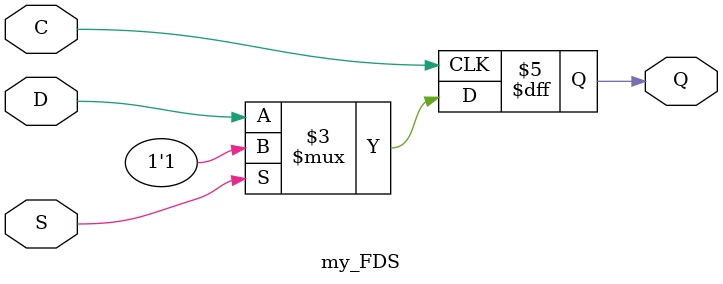
<source format=v>
`timescale 1ns / 1ps


module my_FDR(
    output Q,
    input C,
    input D,
    input R
    );
reg Q;
always @(posedge C) begin
if (R)
    Q <= 0;
else
    Q <= D;
end    
   
endmodule

module my_MULT_AND (  
    input I1,
    input I0,
    output LO
);

assign LO = I1 && I0;
    
endmodule

module my_MUXCY (  
    input DI,
    input CI,
    input S,
    output O
);

assign O = (~S & DI) || (S & CI);
    
endmodule

module my_XORCY (  
    input LI,
    input CI,
    output O
);

assign O = LI ^ CI;
    
endmodule

module my_FDRE (  
    input C,
    input CE,
    input D,
    input R,
    output Q
);
reg Q;
always @(posedge C) begin
    if(R) begin
        Q <= 0;
    end
    else begin
        if(CE == 1) begin
            Q <= D;
        end
    end
end
    
endmodule

module my_FDCE (  
    input C,
    input CE,
    input D,
    input CLR,
    output Q
);
reg Q;
always @(posedge C or negedge CLR) begin
    if(CLR) begin
        Q <= 0;
    end
    else begin
        if(CE == 1) begin
            Q <= D;
        end
    end
end
    
endmodule

module my_FDSE (  
    input C,
    input CE,
    input D,
    input S,
    output Q
);
reg Q;
always @(posedge C) begin
    if(S) begin
        Q <= 1;
    end
    else begin
        if(CE == 1) begin
            Q <= D;
        end
    end
end
    
endmodule

module my_MUXCY_L (  
    input DI,
    input CI,
    input S,
    output LO
);

assign LO = (~S & DI) || (S & CI);
    
endmodule

module my_FDS (  
    input C,
    input D,
    input S,
    output Q
);
reg Q;
always @(posedge C) begin
    if(S) begin
        Q <= 1;
    end
    else begin
        Q <= D;
    end
end
    
endmodule



</source>
